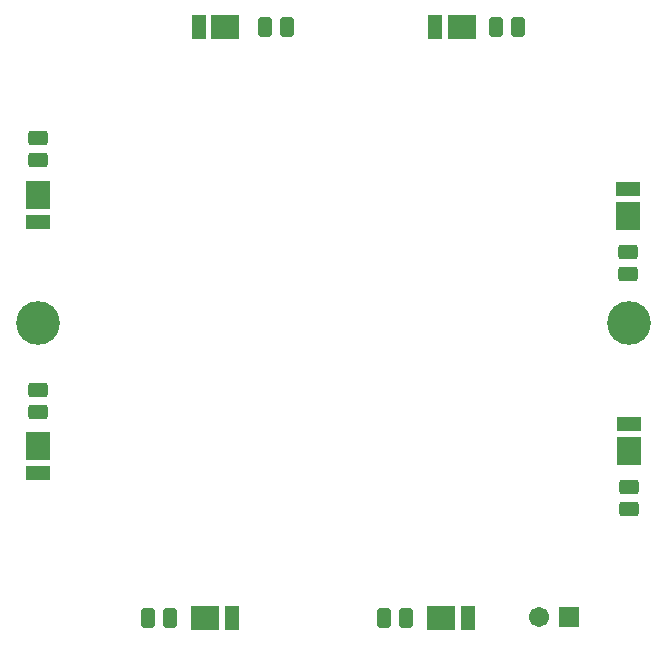
<source format=gts>
G04*
G04 #@! TF.GenerationSoftware,Altium Limited,Altium Designer,19.0.10 (269)*
G04*
G04 Layer_Color=8388736*
%FSLAX25Y25*%
%MOIN*%
G70*
G01*
G75*
G04:AMPARAMS|DCode=13|XSize=47.37mil|YSize=63.91mil|CornerRadius=8.92mil|HoleSize=0mil|Usage=FLASHONLY|Rotation=270.000|XOffset=0mil|YOffset=0mil|HoleType=Round|Shape=RoundedRectangle|*
%AMROUNDEDRECTD13*
21,1,0.04737,0.04606,0,0,270.0*
21,1,0.02953,0.06391,0,0,270.0*
1,1,0.01784,-0.02303,-0.01476*
1,1,0.01784,-0.02303,0.01476*
1,1,0.01784,0.02303,0.01476*
1,1,0.01784,0.02303,-0.01476*
%
%ADD13ROUNDEDRECTD13*%
%ADD14R,0.07887X0.09461*%
%ADD15R,0.07887X0.05131*%
G04:AMPARAMS|DCode=16|XSize=47.37mil|YSize=63.91mil|CornerRadius=8.92mil|HoleSize=0mil|Usage=FLASHONLY|Rotation=0.000|XOffset=0mil|YOffset=0mil|HoleType=Round|Shape=RoundedRectangle|*
%AMROUNDEDRECTD16*
21,1,0.04737,0.04606,0,0,0.0*
21,1,0.02953,0.06391,0,0,0.0*
1,1,0.01784,0.01476,-0.02303*
1,1,0.01784,-0.01476,-0.02303*
1,1,0.01784,-0.01476,0.02303*
1,1,0.01784,0.01476,0.02303*
%
%ADD16ROUNDEDRECTD16*%
%ADD17R,0.09461X0.07887*%
%ADD18R,0.05131X0.07887*%
%ADD19C,0.14580*%
%ADD20R,0.06706X0.06706*%
%ADD21C,0.06706*%
D13*
X331500Y173681D02*
D03*
Y166319D02*
D03*
X331315Y252181D02*
D03*
Y244819D02*
D03*
X134500Y282819D02*
D03*
Y290181D02*
D03*
Y198819D02*
D03*
Y206181D02*
D03*
D14*
X331500Y185913D02*
D03*
X331315Y264173D02*
D03*
X134685Y271087D02*
D03*
Y187327D02*
D03*
D15*
X331500Y194732D02*
D03*
X331315Y272992D02*
D03*
X134685Y262268D02*
D03*
Y178508D02*
D03*
D16*
X287319Y327000D02*
D03*
X294681D02*
D03*
X210319D02*
D03*
X217681D02*
D03*
X178681Y130000D02*
D03*
X171319D02*
D03*
X257181Y130185D02*
D03*
X249819D02*
D03*
D17*
X190413D02*
D03*
X268988D02*
D03*
X197067Y327000D02*
D03*
X275827D02*
D03*
D18*
X199232Y130185D02*
D03*
X277807D02*
D03*
X188248Y327000D02*
D03*
X267008D02*
D03*
D19*
X134500Y228610D02*
D03*
X331500D02*
D03*
D20*
X311500Y130500D02*
D03*
D21*
X301500D02*
D03*
M02*

</source>
